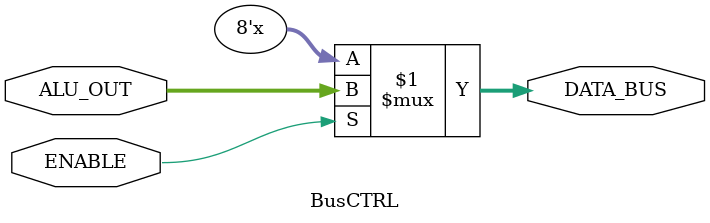
<source format=v>
`timescale 1ns / 100ps
module BusCTRL(
    input [7:0] ALU_OUT,
    input ENABLE,
    output [7:0] DATA_BUS
    );

	assign DATA_BUS = (ENABLE)? ALU_OUT : 8'bz;
	
endmodule

</source>
